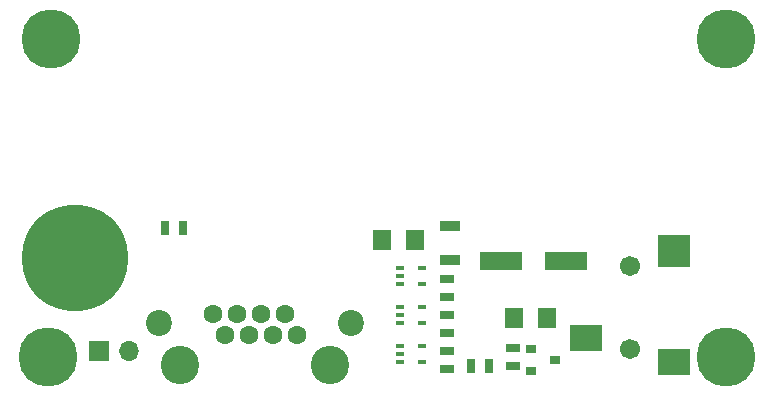
<source format=gts>
G04 #@! TF.FileFunction,Soldermask,Top*
%FSLAX46Y46*%
G04 Gerber Fmt 4.6, Leading zero omitted, Abs format (unit mm)*
G04 Created by KiCad (PCBNEW 4.0.7) date 03/31/18 19:25:11*
%MOMM*%
%LPD*%
G01*
G04 APERTURE LIST*
%ADD10C,0.150000*%
%ADD11R,1.700000X0.900000*%
%ADD12C,2.200000*%
%ADD13C,3.250000*%
%ADD14C,1.600000*%
%ADD15R,2.794000X2.209800*%
%ADD16R,2.794000X2.794000*%
%ADD17C,1.701800*%
%ADD18R,0.635000X1.143000*%
%ADD19R,1.700000X1.700000*%
%ADD20O,1.700000X1.700000*%
%ADD21R,0.900000X0.800000*%
%ADD22R,1.600200X1.803400*%
%ADD23C,5.000000*%
%ADD24R,1.143000X0.635000*%
%ADD25R,0.650000X0.400000*%
%ADD26R,3.599200X1.600200*%
%ADD27C,9.000000*%
G04 APERTURE END LIST*
D10*
D11*
X62484000Y-39190000D03*
X62484000Y-42090000D03*
D12*
X37844000Y-47374000D03*
X54104000Y-47374000D03*
D13*
X39624000Y-50934000D03*
X52324000Y-50934000D03*
D14*
X45474000Y-48394000D03*
X47504000Y-48394000D03*
X44444000Y-46614000D03*
X46474000Y-46614000D03*
X42414000Y-46614000D03*
X43444000Y-48394000D03*
X48504000Y-46614000D03*
X49534000Y-48394000D03*
D15*
X74015600Y-48691800D03*
D16*
X81432400Y-41300400D03*
D15*
X81432400Y-50698400D03*
D17*
X77724000Y-42570400D03*
X77724000Y-49580800D03*
D18*
X39878000Y-39370000D03*
X38354000Y-39370000D03*
D19*
X32766000Y-49784000D03*
D20*
X35306000Y-49784000D03*
D21*
X69358000Y-49596000D03*
X69358000Y-51496000D03*
X71358000Y-50546000D03*
D22*
X56769000Y-40386000D03*
X59563000Y-40386000D03*
D23*
X28448000Y-50292000D03*
X85852000Y-50292000D03*
D18*
X64262000Y-51054000D03*
X65786000Y-51054000D03*
D24*
X62230000Y-43688000D03*
X62230000Y-45212000D03*
X62230000Y-46736000D03*
X62230000Y-48260000D03*
D25*
X58232000Y-42784000D03*
X58232000Y-44084000D03*
X58232000Y-43434000D03*
X60132000Y-44084000D03*
X60132000Y-42784000D03*
X58232000Y-46086000D03*
X58232000Y-47386000D03*
X58232000Y-46736000D03*
X60132000Y-47386000D03*
X60132000Y-46086000D03*
D26*
X72346800Y-42164000D03*
X66845200Y-42164000D03*
D22*
X70739000Y-46990000D03*
X67945000Y-46990000D03*
D27*
X30734000Y-41910000D03*
D23*
X28702000Y-23368000D03*
X85852000Y-23368000D03*
D24*
X67818000Y-49530000D03*
X67818000Y-51054000D03*
X62230000Y-49784000D03*
X62230000Y-51308000D03*
D25*
X58232000Y-49388000D03*
X58232000Y-50688000D03*
X58232000Y-50038000D03*
X60132000Y-50688000D03*
X60132000Y-49388000D03*
M02*

</source>
